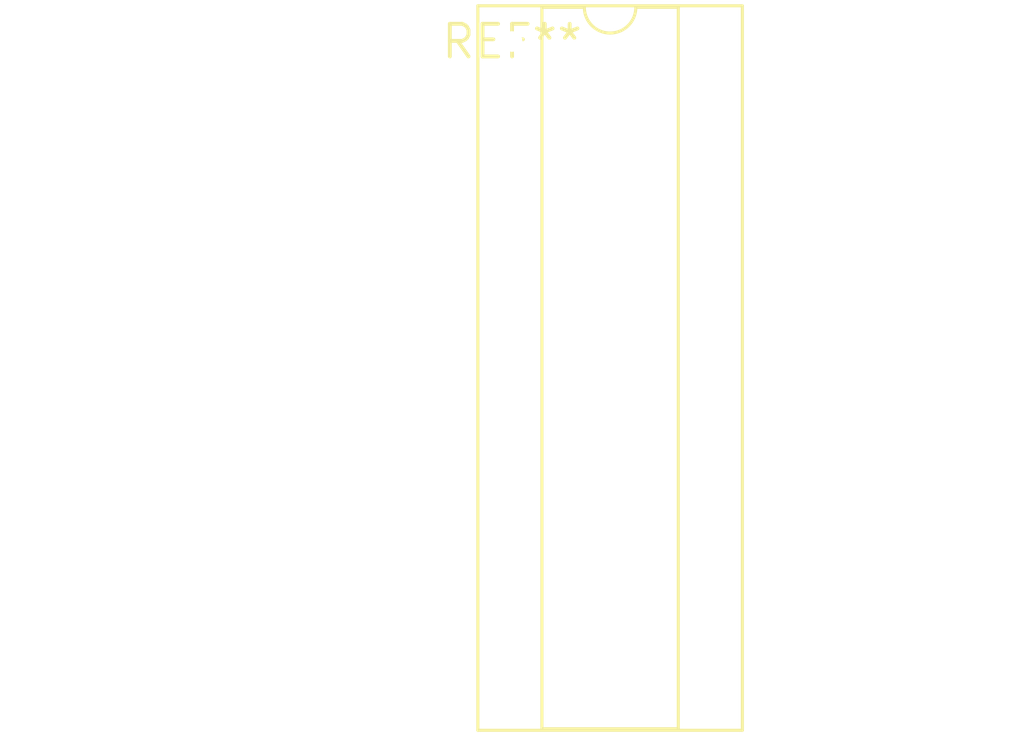
<source format=kicad_pcb>
(kicad_pcb (version 20240108) (generator pcbnew)
  (layers (0 "F.Cu" signal) (31 "B.Cu" signal) (34 "B.Paste" user) (35 "F.Paste" user) (36 "B.SilkS" user "B.Silkscreen") (37 "F.SilkS" user "F.Silkscreen") (38 "B.Mask" user) (39 "F.Mask" user) (44 "Edge.Cuts" user))
  (net 0 "")
  (footprint "CERDIP-22_W7.62mm_SideBrazed_Socket" (layer "F.Cu") (at 0 0)
    (property "Reference" "REF**")
    (property "Value" "CERDIP-22_W7.62mm_SideBrazed_Socket")
    (fp_line (start -1.33 -1.39) (end -1.33 26.79) (layer "F.SilkS") (stroke (width 0.12)))
    (fp_line (start -1.33 26.79) (end 8.95 26.79) (layer "F.SilkS") (stroke (width 0.12)))
    (fp_line (start 1.16 -1.33) (end 1.16 26.73) (layer "F.SilkS") (stroke (width 0.12)))
    (fp_line (start 1.16 26.73) (end 6.46 26.73) (layer "F.SilkS") (stroke (width 0.12)))
    (fp_line (start 2.81 -1.33) (end 1.16 -1.33) (layer "F.SilkS") (stroke (width 0.12)))
    (fp_line (start 6.46 -1.33) (end 4.81 -1.33) (layer "F.SilkS") (stroke (width 0.12)))
    (fp_line (start 6.46 26.73) (end 6.46 -1.33) (layer "F.SilkS") (stroke (width 0.12)))
    (fp_line (start 8.95 -1.39) (end -1.33 -1.39) (layer "F.SilkS") (stroke (width 0.12)))
    (fp_line (start 8.95 26.79) (end 8.95 -1.39) (layer "F.SilkS") (stroke (width 0.12)))
    (fp_arc (start 4.81 -1.33) (mid 3.81 -0.33) (end 2.81 -1.33) (layer "F.SilkS") (stroke (width 0.12)))
    (pad "1" thru_hole rect (at 0 0) (size 1.6 1.6) (drill 0.8) (layers *.Cu *.Mask) (remove_unused_layers))
    (pad "2" thru_hole circle (at 0 2.54) (size 1.6 1.6) (drill 0.8) (layers *.Cu *.Mask) (remove_unused_layers))
    (pad "3" thru_hole circle (at 0 5.08) (size 1.6 1.6) (drill 0.8) (layers *.Cu *.Mask) (remove_unused_layers))
    (pad "4" thru_hole circle (at 0 7.62) (size 1.6 1.6) (drill 0.8) (layers *.Cu *.Mask) (remove_unused_layers))
    (pad "5" thru_hole circle (at 0 10.16) (size 1.6 1.6) (drill 0.8) (layers *.Cu *.Mask) (remove_unused_layers))
    (pad "6" thru_hole circle (at 0 12.7) (size 1.6 1.6) (drill 0.8) (layers *.Cu *.Mask) (remove_unused_layers))
    (pad "7" thru_hole circle (at 0 15.24) (size 1.6 1.6) (drill 0.8) (layers *.Cu *.Mask) (remove_unused_layers))
    (pad "8" thru_hole circle (at 0 17.78) (size 1.6 1.6) (drill 0.8) (layers *.Cu *.Mask) (remove_unused_layers))
    (pad "9" thru_hole circle (at 0 20.32) (size 1.6 1.6) (drill 0.8) (layers *.Cu *.Mask) (remove_unused_layers))
    (pad "10" thru_hole circle (at 0 22.86) (size 1.6 1.6) (drill 0.8) (layers *.Cu *.Mask) (remove_unused_layers))
    (pad "11" thru_hole circle (at 0 25.4) (size 1.6 1.6) (drill 0.8) (layers *.Cu *.Mask) (remove_unused_layers))
    (pad "12" thru_hole circle (at 7.62 25.4) (size 1.6 1.6) (drill 0.8) (layers *.Cu *.Mask) (remove_unused_layers))
    (pad "13" thru_hole circle (at 7.62 22.86) (size 1.6 1.6) (drill 0.8) (layers *.Cu *.Mask) (remove_unused_layers))
    (pad "14" thru_hole circle (at 7.62 20.32) (size 1.6 1.6) (drill 0.8) (layers *.Cu *.Mask) (remove_unused_layers))
    (pad "15" thru_hole circle (at 7.62 17.78) (size 1.6 1.6) (drill 0.8) (layers *.Cu *.Mask) (remove_unused_layers))
    (pad "16" thru_hole circle (at 7.62 15.24) (size 1.6 1.6) (drill 0.8) (layers *.Cu *.Mask) (remove_unused_layers))
    (pad "17" thru_hole circle (at 7.62 12.7) (size 1.6 1.6) (drill 0.8) (layers *.Cu *.Mask) (remove_unused_layers))
    (pad "18" thru_hole circle (at 7.62 10.16) (size 1.6 1.6) (drill 0.8) (layers *.Cu *.Mask) (remove_unused_layers))
    (pad "19" thru_hole circle (at 7.62 7.62) (size 1.6 1.6) (drill 0.8) (layers *.Cu *.Mask) (remove_unused_layers))
    (pad "20" thru_hole circle (at 7.62 5.08) (size 1.6 1.6) (drill 0.8) (layers *.Cu *.Mask) (remove_unused_layers))
    (pad "21" thru_hole circle (at 7.62 2.54) (size 1.6 1.6) (drill 0.8) (layers *.Cu *.Mask) (remove_unused_layers))
    (pad "22" thru_hole circle (at 7.62 0) (size 1.6 1.6) (drill 0.8) (layers *.Cu *.Mask) (remove_unused_layers))
  )
)
</source>
